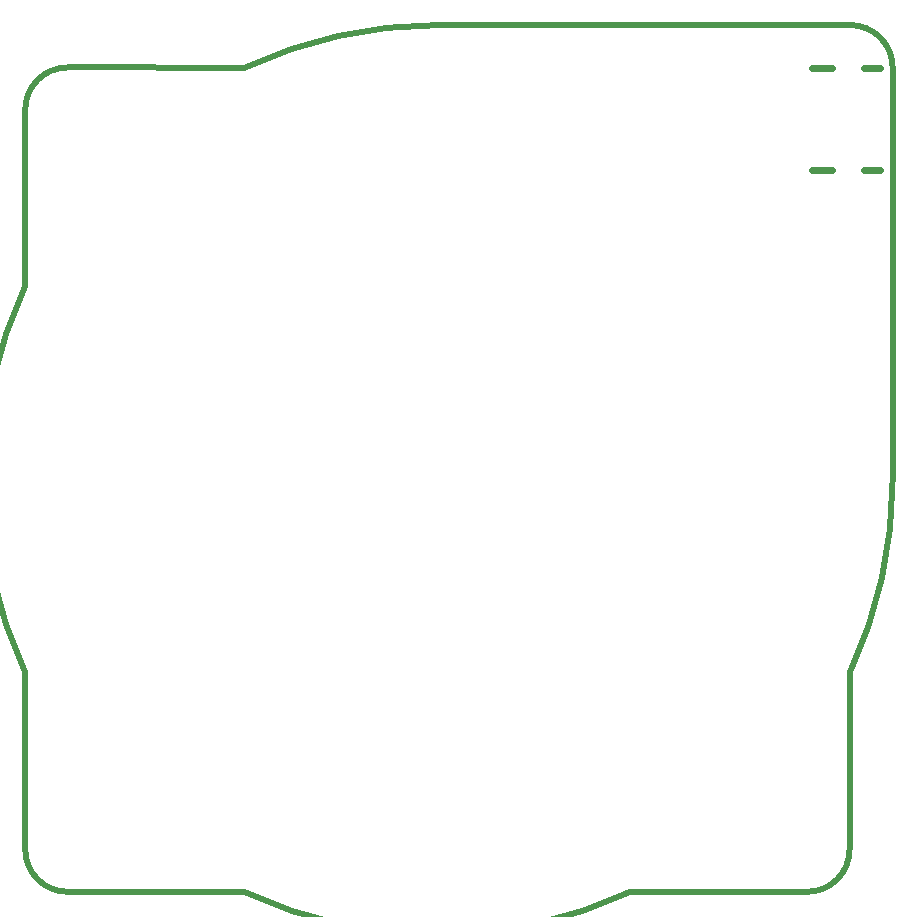
<source format=gbr>
G04 start of page 4 for group 2 idx 2 *
G04 Title: (unknown), outline *
G04 Creator: pcb 4.2.0 *
G04 CreationDate: Fri Feb 14 02:49:43 2020 UTC *
G04 For: blinken *
G04 Format: Gerber/RS-274X *
G04 PCB-Dimensions (mm): 90.16 90.16 *
G04 PCB-Coordinate-Origin: lower left *
%MOMM*%
%FSLAX43Y43*%
%LNOUTLINE*%
%ADD49C,0.600*%
%ADD48C,0.500*%
G54D48*X5065Y66458D02*X5100Y81460D01*
Y18860D02*X5065Y33916D01*
X74900Y18860D02*X74935Y33863D01*
X23703Y15225D02*X8700Y15260D01*
X56244Y15225D02*X71300Y15260D01*
G54D49*X71750Y76390D02*X73430D01*
G54D48*X23688Y85033D02*X8700Y85060D01*
X74942Y88647D02*X39958Y88640D01*
X78542Y85047D02*X78542Y50134D01*
G54D49*X71750Y85040D02*X73440D01*
X76100D02*X77500D01*
X76100Y76390D02*X77500D01*
G54D48*X74900Y18860D02*G75*G02X71300Y15260I-3600J0D01*G01*
X74935Y33863D02*G75*G03X78542Y50133I-34893J16271D01*G01*
X5100Y81460D02*G75*G02X8700Y85060I3600J0D01*G01*
X39958Y88640D02*G75*G03X23687Y85033I0J-38500D01*G01*
X8700Y15260D02*G75*G02X5100Y18860I0J3600D01*G01*
X5065Y66458D02*G75*G03X5065Y33916I34893J-16271D01*G01*
X23703Y15225D02*G75*G03X56244Y15225I16271J34893D01*G01*
X74942Y88647D02*G75*G02X78542Y85047I0J-3600D01*G01*
M02*

</source>
